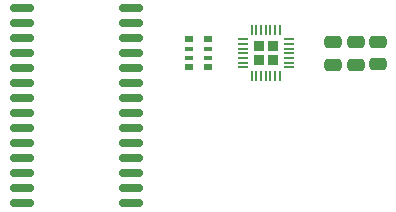
<source format=gbp>
%TF.GenerationSoftware,KiCad,Pcbnew,(6.0.7-1)-1*%
%TF.CreationDate,2022-09-29T19:12:14-05:00*%
%TF.ProjectId,vectrex-sao,76656374-7265-4782-9d73-616f2e6b6963,rev?*%
%TF.SameCoordinates,Original*%
%TF.FileFunction,Paste,Bot*%
%TF.FilePolarity,Positive*%
%FSLAX46Y46*%
G04 Gerber Fmt 4.6, Leading zero omitted, Abs format (unit mm)*
G04 Created by KiCad (PCBNEW (6.0.7-1)-1) date 2022-09-29 19:12:14*
%MOMM*%
%LPD*%
G01*
G04 APERTURE LIST*
G04 Aperture macros list*
%AMRoundRect*
0 Rectangle with rounded corners*
0 $1 Rounding radius*
0 $2 $3 $4 $5 $6 $7 $8 $9 X,Y pos of 4 corners*
0 Add a 4 corners polygon primitive as box body*
4,1,4,$2,$3,$4,$5,$6,$7,$8,$9,$2,$3,0*
0 Add four circle primitives for the rounded corners*
1,1,$1+$1,$2,$3*
1,1,$1+$1,$4,$5*
1,1,$1+$1,$6,$7*
1,1,$1+$1,$8,$9*
0 Add four rect primitives between the rounded corners*
20,1,$1+$1,$2,$3,$4,$5,0*
20,1,$1+$1,$4,$5,$6,$7,0*
20,1,$1+$1,$6,$7,$8,$9,0*
20,1,$1+$1,$8,$9,$2,$3,0*%
G04 Aperture macros list end*
%ADD10RoundRect,0.250000X-0.475000X0.250000X-0.475000X-0.250000X0.475000X-0.250000X0.475000X0.250000X0*%
%ADD11R,0.800000X0.500000*%
%ADD12R,0.800000X0.400000*%
%ADD13RoundRect,0.150000X0.875000X0.150000X-0.875000X0.150000X-0.875000X-0.150000X0.875000X-0.150000X0*%
%ADD14RoundRect,0.232500X0.232500X0.232500X-0.232500X0.232500X-0.232500X-0.232500X0.232500X-0.232500X0*%
%ADD15RoundRect,0.050000X0.362500X0.050000X-0.362500X0.050000X-0.362500X-0.050000X0.362500X-0.050000X0*%
%ADD16RoundRect,0.050000X0.050000X0.362500X-0.050000X0.362500X-0.050000X-0.362500X0.050000X-0.362500X0*%
G04 APERTURE END LIST*
D10*
%TO.C,C1*%
X131445000Y-73350000D03*
X131445000Y-75250000D03*
%TD*%
D11*
%TO.C,R1*%
X118910000Y-73095000D03*
D12*
X118910000Y-73895000D03*
X118910000Y-74695000D03*
D11*
X118910000Y-75495000D03*
X117310000Y-75495000D03*
D12*
X117310000Y-74695000D03*
X117310000Y-73895000D03*
D11*
X117310000Y-73095000D03*
%TD*%
D10*
%TO.C,C2*%
X129540000Y-73350000D03*
X129540000Y-75250000D03*
%TD*%
D13*
%TO.C,U1*%
X112450000Y-70495000D03*
X112450000Y-71765000D03*
X112450000Y-73035000D03*
X112450000Y-74305000D03*
X112450000Y-75575000D03*
X112450000Y-76845000D03*
X112450000Y-78115000D03*
X112450000Y-79385000D03*
X112450000Y-80655000D03*
X112450000Y-81925000D03*
X112450000Y-83195000D03*
X112450000Y-84465000D03*
X112450000Y-85735000D03*
X112450000Y-87005000D03*
X103150000Y-87005000D03*
X103150000Y-85735000D03*
X103150000Y-84465000D03*
X103150000Y-83195000D03*
X103150000Y-81925000D03*
X103150000Y-80655000D03*
X103150000Y-79385000D03*
X103150000Y-78115000D03*
X103150000Y-76845000D03*
X103150000Y-75575000D03*
X103150000Y-74305000D03*
X103150000Y-73035000D03*
X103150000Y-71765000D03*
X103150000Y-70495000D03*
%TD*%
D10*
%TO.C,C3*%
X133350000Y-73345000D03*
X133350000Y-75245000D03*
%TD*%
D14*
%TO.C,U2*%
X124400000Y-73720000D03*
X123250000Y-74870000D03*
X123250000Y-73720000D03*
X124400000Y-74870000D03*
D15*
X125762500Y-73095000D03*
X125762500Y-73495000D03*
X125762500Y-73895000D03*
X125762500Y-74295000D03*
X125762500Y-74695000D03*
X125762500Y-75095000D03*
X125762500Y-75495000D03*
D16*
X125025000Y-76232500D03*
X124625000Y-76232500D03*
X124225000Y-76232500D03*
X123825000Y-76232500D03*
X123425000Y-76232500D03*
X123025000Y-76232500D03*
X122625000Y-76232500D03*
D15*
X121887500Y-75495000D03*
X121887500Y-75095000D03*
X121887500Y-74695000D03*
X121887500Y-74295000D03*
X121887500Y-73895000D03*
X121887500Y-73495000D03*
X121887500Y-73095000D03*
D16*
X122625000Y-72357500D03*
X123025000Y-72357500D03*
X123425000Y-72357500D03*
X123825000Y-72357500D03*
X124225000Y-72357500D03*
X124625000Y-72357500D03*
X125025000Y-72357500D03*
%TD*%
M02*

</source>
